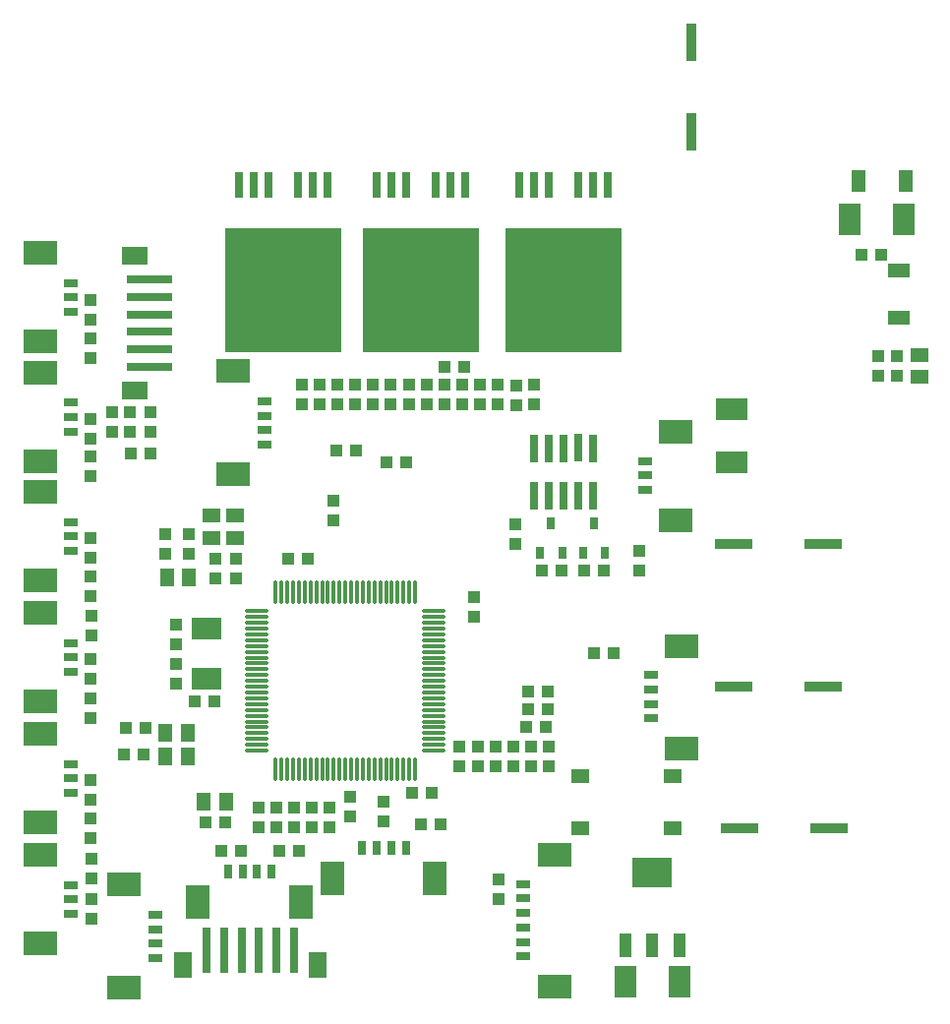
<source format=gtp>
%FSTAX23Y23*%
%MOMM*%
%SFA1B1*%

%IPPOS*%
%ADD10R,1.899996X2.699995*%
%ADD11R,1.299997X1.499997*%
%ADD12R,2.599995X1.899996*%
%ADD13R,0.999998X1.999996*%
%ADD14R,3.499993X2.499995*%
%ADD15O,2.099996X0.299999*%
%ADD16O,0.299999X2.099996*%
%ADD17R,0.799998X0.999998*%
%ADD18R,1.549997X1.299997*%
%ADD19R,1.499997X1.299997*%
%ADD20R,0.999998X1.099998*%
%ADD21R,1.099998X0.999998*%
%ADD22R,10.094980X10.694979*%
%ADD23R,0.749999X2.284995*%
%ADD24R,1.299997X0.799998*%
%ADD25R,0.799998X3.999992*%
%ADD26R,3.999992X0.799998*%
%ADD27R,0.799998X2.399995*%
%ADD28R,0.799998X1.299997*%
%ADD29R,1.239998X1.889996*%
%ADD30R,1.889996X1.239998*%
%ADD31R,0.949998X3.199994*%
%ADD32R,3.199994X0.949998*%
%ADD33R,2.699995X1.899996*%
%ADD46R,2.999994X2.099996*%
%ADD47R,1.499997X2.299995*%
%ADD48R,2.299995X1.499997*%
%ADD49R,2.099996X2.999994*%
%LNninja_ecu_pcb-1*%
%LPD*%
G54D10*
X71627Y67436D03*
X76227D03*
X52323Y01777D03*
X56923D03*
G54D11*
X14726Y36575D03*
X12826D03*
X16006Y17271D03*
X17906D03*
X12704Y21208D03*
X14604D03*
X12704Y2324D03*
X14604D03*
G54D12*
X16255Y3216D03*
Y2786D03*
G54D13*
X52323Y04952D03*
X54623D03*
X56923D03*
G54D14*
X54623Y11152D03*
G54D15*
X20593Y33685D03*
Y33185D03*
Y32685D03*
Y32185D03*
Y31685D03*
Y31185D03*
Y30685D03*
Y30185D03*
Y29685D03*
Y29185D03*
Y28685D03*
Y28185D03*
Y27685D03*
Y27185D03*
Y26685D03*
Y26185D03*
Y25685D03*
Y25185D03*
Y24685D03*
Y24185D03*
Y23685D03*
Y23185D03*
Y22685D03*
Y22185D03*
Y21685D03*
X35793D03*
Y22185D03*
Y22685D03*
Y23185D03*
Y23685D03*
Y24185D03*
Y24685D03*
Y25185D03*
Y25685D03*
Y26185D03*
Y26685D03*
Y27185D03*
Y27685D03*
Y28185D03*
Y28685D03*
Y29185D03*
Y29685D03*
Y30185D03*
Y30685D03*
Y31185D03*
Y31685D03*
Y32185D03*
Y32685D03*
Y33185D03*
Y33685D03*
G54D16*
X22193Y20085D03*
X22693D03*
X23193D03*
X23693D03*
X24193D03*
X24693D03*
X25193D03*
X25693D03*
X26193D03*
X26693D03*
X27193D03*
X27693D03*
X28193D03*
X28693D03*
X29193D03*
X29693D03*
X30193D03*
X30693D03*
X31193D03*
X31693D03*
X32193D03*
X32693D03*
X33193D03*
X33693D03*
X34193D03*
Y35285D03*
X33693D03*
X33193D03*
X32693D03*
X32193D03*
X31693D03*
X31193D03*
X30693D03*
X30193D03*
X29693D03*
X29193D03*
X28693D03*
X28193D03*
X27693D03*
X27193D03*
X26693D03*
X26193D03*
X25693D03*
X25193D03*
X24693D03*
X24193D03*
X23693D03*
X23193D03*
X22693D03*
X22193D03*
G54D17*
X44957Y38734D03*
X46857D03*
X45907Y41234D03*
X4864Y38734D03*
X5054D03*
X4959Y41234D03*
G54D18*
X56387Y14985D03*
Y19485D03*
X48437D03*
Y14985D03*
G54D19*
X77596Y55752D03*
Y53852D03*
X16636Y41904D03*
Y40004D03*
X18668Y41904D03*
Y40004D03*
G54D20*
X75691Y55625D03*
Y53925D03*
X53466Y3891D03*
Y3721D03*
X32108Y51512D03*
Y53212D03*
X35178D03*
Y51512D03*
X27502D03*
Y53212D03*
X29037D03*
Y51512D03*
X36714Y53212D03*
Y51512D03*
X41401Y10589D03*
Y08889D03*
X25967Y53212D03*
Y51512D03*
X39784Y53212D03*
Y51512D03*
X37972Y22019D03*
Y20319D03*
X45719Y22019D03*
Y20319D03*
X09651Y49099D03*
Y50799D03*
X06349Y12367D03*
Y10667D03*
Y07189D03*
Y08889D03*
X17017Y36526D03*
Y38226D03*
X18795Y36526D03*
Y38226D03*
X08127Y50848D03*
Y49148D03*
X44195Y20319D03*
Y22019D03*
X39623Y20319D03*
Y22019D03*
X06222Y14174D03*
Y15874D03*
Y19133D03*
Y17433D03*
Y24461D03*
Y26161D03*
Y29547D03*
Y27847D03*
Y35002D03*
Y36702D03*
Y39961D03*
Y38261D03*
Y45289D03*
Y46989D03*
Y50248D03*
Y48548D03*
Y55449D03*
Y57149D03*
Y605D03*
Y588D03*
X26796Y16812D03*
Y15112D03*
X25272Y16812D03*
Y15112D03*
X22224Y15063D03*
Y16763D03*
X207Y15063D03*
Y16763D03*
X27177Y41479D03*
Y43179D03*
X7404Y55625D03*
Y53925D03*
X42925Y51385D03*
Y53085D03*
X24432Y51463D03*
Y53163D03*
X30573Y53212D03*
Y51512D03*
X33643D03*
Y53212D03*
X38249D03*
Y51512D03*
X4132Y53212D03*
Y51512D03*
X4439D03*
Y53212D03*
X06349Y31573D03*
Y33273D03*
X11429Y49099D03*
Y50799D03*
X41147Y22019D03*
Y20319D03*
X42671Y22019D03*
Y20319D03*
X12699Y40307D03*
Y38607D03*
X14731Y40307D03*
Y38607D03*
X28574Y17701D03*
Y16001D03*
X31495Y1732D03*
Y1562D03*
X23748Y15063D03*
Y16763D03*
X42798Y39496D03*
Y41196D03*
X13588Y2746D03*
Y2916D03*
X39242Y34924D03*
Y33224D03*
X13588Y3256D03*
Y3086D03*
G54D21*
X38402Y54736D03*
X36702D03*
X17828Y15493D03*
X16128D03*
X09729Y47243D03*
X11429D03*
X46784Y3721D03*
X45084D03*
X43892Y25272D03*
X45592D03*
X50467Y3721D03*
X48767D03*
X43892Y26796D03*
X45592D03*
X2494Y38226D03*
X2324D03*
X1519Y25907D03*
X1689D03*
X17476Y1308D03*
X19176D03*
X24178D03*
X22478D03*
X33449Y46481D03*
X31749D03*
X72643Y64388D03*
X74343D03*
X3637Y15366D03*
X3467D03*
X27382Y47497D03*
X29082D03*
X43765Y23748D03*
X45465D03*
X49607Y30098D03*
X51307D03*
X10843Y21335D03*
X09143D03*
X1097Y23621D03*
X0927D03*
X35608Y18033D03*
X33908D03*
G54D22*
X46989Y61315D03*
X3467D03*
X22859D03*
G54D23*
X43179Y70357D03*
X44449D03*
X45719D03*
X48259D03*
X49529D03*
X50799D03*
X3086D03*
X3213D03*
X334D03*
X3594D03*
X3721D03*
X3848D03*
X19049D03*
X20319D03*
X21589D03*
X24129D03*
X25399D03*
X26669D03*
G54D24*
X43535Y0896D03*
Y1021D03*
Y0521D03*
Y03966D03*
Y06466D03*
Y07716D03*
X1181Y05059D03*
Y03809D03*
Y06304D03*
Y07554D03*
X53974Y46608D03*
Y45358D03*
Y44108D03*
X04571Y07619D03*
Y08869D03*
Y10119D03*
Y18033D03*
Y19283D03*
Y20533D03*
X54482Y26943D03*
Y28193D03*
Y25699D03*
Y24449D03*
X04571Y28447D03*
Y29697D03*
Y30947D03*
Y38861D03*
Y40111D03*
Y41361D03*
Y49148D03*
Y50398D03*
Y51648D03*
Y59435D03*
Y60685D03*
Y61935D03*
X21208Y49255D03*
Y48005D03*
Y505D03*
Y5175D03*
G54D25*
X23748Y04494D03*
X22248D03*
X20748D03*
X19248D03*
X17748D03*
X16248D03*
G54D26*
X11302Y54736D03*
Y56236D03*
Y57736D03*
Y59236D03*
Y60736D03*
Y62236D03*
G54D27*
X49504Y47701D03*
Y43637D03*
X48234Y47751D03*
Y43637D03*
X46964Y47701D03*
Y43637D03*
X45694Y47701D03*
Y43637D03*
X44424Y47701D03*
Y43637D03*
G54D28*
X3215Y13334D03*
X334D03*
X30906D03*
X29656D03*
X20593Y11302D03*
X21843D03*
X19349D03*
X18099D03*
G54D29*
X76469Y70738D03*
X72389D03*
G54D30*
X75818Y63007D03*
Y58927D03*
G54D31*
X57958Y74929D03*
Y82629D03*
G54D32*
X61641Y39496D03*
X69341D03*
X61594Y27177D03*
X69294D03*
X62102Y14985D03*
X69802D03*
G54D33*
X61467Y46481D03*
Y51081D03*
G54D46*
X46201Y12742D03*
Y01388D03*
X09145Y10143D03*
Y01303D03*
X5664Y4152D03*
Y4914D03*
X01906Y12708D03*
Y05088D03*
Y23122D03*
Y15502D03*
X57148Y2186D03*
Y30699D03*
X01906Y33536D03*
Y25916D03*
Y4395D03*
Y3633D03*
Y54237D03*
Y46617D03*
Y64524D03*
Y56904D03*
X18543Y54339D03*
Y45499D03*
G54D47*
X25767Y03217D03*
X14235D03*
G54D48*
X10025Y52718D03*
Y64249D03*
G54D49*
X27067Y10669D03*
X35906D03*
X1551Y08637D03*
X24349D03*
M02*
</source>
